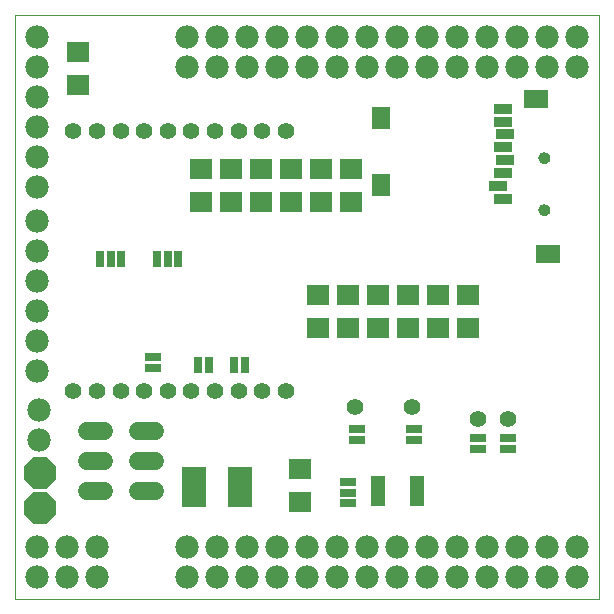
<source format=gbs>
G75*
G70*
%OFA0B0*%
%FSLAX24Y24*%
%IPPOS*%
%LPD*%
%AMOC8*
5,1,8,0,0,1.08239X$1,22.5*
%
%ADD10C,0.0000*%
%ADD11C,0.0780*%
%ADD12C,0.0560*%
%ADD13C,0.0555*%
%ADD14C,0.0394*%
%ADD15R,0.0591X0.0749*%
%ADD16R,0.0788X0.0591*%
%ADD17R,0.0631X0.0355*%
%ADD18C,0.0600*%
%ADD19R,0.0788X0.1379*%
%ADD20OC8,0.1040*%
%ADD21R,0.0512X0.1024*%
%ADD22R,0.0540X0.0290*%
%ADD23R,0.0749X0.0670*%
%ADD24R,0.0290X0.0540*%
D10*
X000897Y000806D02*
X000897Y020301D01*
X020382Y020291D01*
X020382Y000806D01*
X000897Y000806D01*
X018370Y013790D02*
X018372Y013816D01*
X018378Y013842D01*
X018388Y013867D01*
X018401Y013890D01*
X018417Y013910D01*
X018437Y013928D01*
X018459Y013943D01*
X018482Y013955D01*
X018508Y013963D01*
X018534Y013967D01*
X018560Y013967D01*
X018586Y013963D01*
X018612Y013955D01*
X018636Y013943D01*
X018657Y013928D01*
X018677Y013910D01*
X018693Y013890D01*
X018706Y013867D01*
X018716Y013842D01*
X018722Y013816D01*
X018724Y013790D01*
X018722Y013764D01*
X018716Y013738D01*
X018706Y013713D01*
X018693Y013690D01*
X018677Y013670D01*
X018657Y013652D01*
X018635Y013637D01*
X018612Y013625D01*
X018586Y013617D01*
X018560Y013613D01*
X018534Y013613D01*
X018508Y013617D01*
X018482Y013625D01*
X018458Y013637D01*
X018437Y013652D01*
X018417Y013670D01*
X018401Y013690D01*
X018388Y013713D01*
X018378Y013738D01*
X018372Y013764D01*
X018370Y013790D01*
X018370Y015522D02*
X018372Y015548D01*
X018378Y015574D01*
X018388Y015599D01*
X018401Y015622D01*
X018417Y015642D01*
X018437Y015660D01*
X018459Y015675D01*
X018482Y015687D01*
X018508Y015695D01*
X018534Y015699D01*
X018560Y015699D01*
X018586Y015695D01*
X018612Y015687D01*
X018636Y015675D01*
X018657Y015660D01*
X018677Y015642D01*
X018693Y015622D01*
X018706Y015599D01*
X018716Y015574D01*
X018722Y015548D01*
X018724Y015522D01*
X018722Y015496D01*
X018716Y015470D01*
X018706Y015445D01*
X018693Y015422D01*
X018677Y015402D01*
X018657Y015384D01*
X018635Y015369D01*
X018612Y015357D01*
X018586Y015349D01*
X018560Y015345D01*
X018534Y015345D01*
X018508Y015349D01*
X018482Y015357D01*
X018458Y015369D01*
X018437Y015384D01*
X018417Y015402D01*
X018401Y015422D01*
X018388Y015445D01*
X018378Y015470D01*
X018372Y015496D01*
X018370Y015522D01*
D11*
X018647Y018556D03*
X017647Y018556D03*
X016647Y018556D03*
X015647Y018556D03*
X014647Y018556D03*
X013647Y018556D03*
X012647Y018556D03*
X011647Y018556D03*
X010647Y018556D03*
X009647Y018556D03*
X008647Y018556D03*
X007647Y018556D03*
X006647Y018556D03*
X006647Y019556D03*
X007647Y019556D03*
X008647Y019556D03*
X009647Y019556D03*
X010647Y019556D03*
X011647Y019556D03*
X012647Y019556D03*
X013647Y019556D03*
X014647Y019556D03*
X015647Y019556D03*
X016647Y019556D03*
X017647Y019556D03*
X018647Y019556D03*
X019647Y019556D03*
X019647Y018556D03*
X019647Y002556D03*
X019647Y001556D03*
X018647Y001556D03*
X017647Y001556D03*
X016647Y001556D03*
X015647Y001556D03*
X014647Y001556D03*
X013647Y001556D03*
X012647Y001556D03*
X011647Y001556D03*
X010647Y001556D03*
X009647Y001556D03*
X008647Y001556D03*
X007647Y001556D03*
X006647Y001556D03*
X006647Y002556D03*
X007647Y002556D03*
X008647Y002556D03*
X009647Y002556D03*
X010647Y002556D03*
X011647Y002556D03*
X012647Y002556D03*
X013647Y002556D03*
X014647Y002556D03*
X015647Y002556D03*
X016647Y002556D03*
X017647Y002556D03*
X018647Y002556D03*
X003647Y002556D03*
X003647Y001556D03*
X002647Y001556D03*
X001647Y001556D03*
X001647Y002556D03*
X002647Y002556D03*
X001697Y006106D03*
X001697Y007106D03*
X001647Y008406D03*
X001647Y009406D03*
X001647Y010406D03*
X001647Y011406D03*
X001647Y012406D03*
X001647Y013406D03*
X001647Y014556D03*
X001647Y015556D03*
X001647Y016556D03*
X001647Y017556D03*
X001647Y018556D03*
X001647Y019556D03*
D12*
X012247Y007206D03*
X014147Y007206D03*
X016347Y006806D03*
X017347Y006806D03*
D13*
X009940Y007768D03*
X009153Y007768D03*
X008366Y007768D03*
X007578Y007768D03*
X006791Y007768D03*
X006003Y007768D03*
X005216Y007768D03*
X004429Y007768D03*
X003641Y007768D03*
X002854Y007768D03*
X002854Y016430D03*
X003641Y016430D03*
X004429Y016430D03*
X005216Y016430D03*
X006003Y016430D03*
X006791Y016430D03*
X007578Y016430D03*
X008366Y016430D03*
X009153Y016430D03*
X009940Y016430D03*
D14*
X018547Y015522D03*
X018547Y013790D03*
D15*
X013104Y014605D03*
X013104Y016849D03*
D16*
X018282Y017479D03*
X018675Y012302D03*
D17*
X017160Y014137D03*
X017002Y014570D03*
X017160Y015003D03*
X017238Y015436D03*
X017160Y015869D03*
X017238Y016302D03*
X017160Y016735D03*
X017160Y017168D03*
D18*
X005577Y006406D02*
X005017Y006406D01*
X005017Y005406D02*
X005577Y005406D01*
X005577Y004406D02*
X005017Y004406D01*
X003877Y004406D02*
X003317Y004406D01*
X003317Y005406D02*
X003877Y005406D01*
X003877Y006406D02*
X003317Y006406D01*
D19*
X006879Y004556D03*
X008415Y004556D03*
D20*
X001747Y005006D03*
X001747Y003856D03*
D21*
X012997Y004406D03*
X014297Y004406D03*
D22*
X014197Y006129D03*
X014197Y006483D03*
X012297Y006483D03*
X012297Y006129D03*
X011997Y004706D03*
X011997Y004356D03*
X011997Y004006D03*
X016347Y005829D03*
X016347Y006183D03*
X017347Y006183D03*
X017347Y005829D03*
X005497Y008529D03*
X005497Y008883D03*
D23*
X010397Y005157D03*
X010397Y004055D03*
X010997Y009855D03*
X011997Y009855D03*
X012997Y009855D03*
X013997Y009855D03*
X014997Y009855D03*
X015997Y009855D03*
X015997Y010957D03*
X014997Y010957D03*
X013997Y010957D03*
X012997Y010957D03*
X011997Y010957D03*
X010997Y010957D03*
X011097Y014055D03*
X012097Y014055D03*
X012097Y015157D03*
X011097Y015157D03*
X010097Y015157D03*
X009097Y015157D03*
X008097Y015157D03*
X007097Y015157D03*
X007097Y014055D03*
X008097Y014055D03*
X009097Y014055D03*
X010097Y014055D03*
X002997Y017955D03*
X002997Y019057D03*
D24*
X003747Y012156D03*
X004097Y012156D03*
X004447Y012156D03*
X005647Y012156D03*
X005997Y012156D03*
X006347Y012156D03*
X007020Y008606D03*
X007374Y008606D03*
X008220Y008606D03*
X008574Y008606D03*
M02*

</source>
